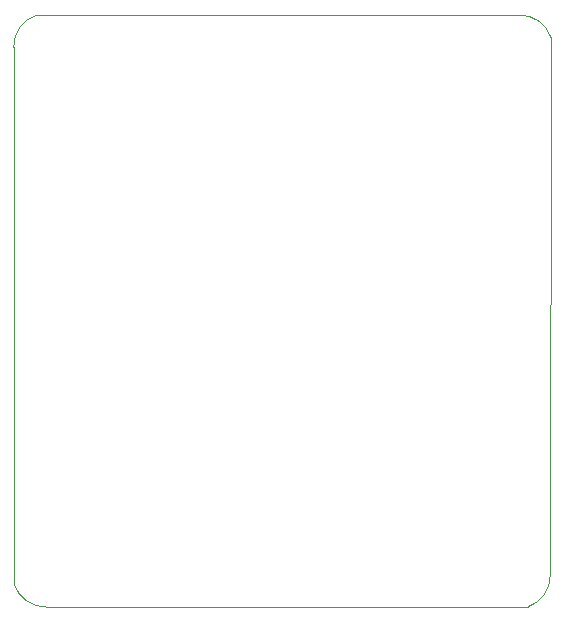
<source format=gm1>
G04 #@! TF.GenerationSoftware,KiCad,Pcbnew,5.1.5+dfsg1-2build2*
G04 #@! TF.CreationDate,2021-05-18T17:36:41-03:00*
G04 #@! TF.ProjectId,jbox_kicad,6a626f78-5f6b-4696-9361-642e6b696361,0*
G04 #@! TF.SameCoordinates,Original*
G04 #@! TF.FileFunction,Profile,NP*
%FSLAX46Y46*%
G04 Gerber Fmt 4.6, Leading zero omitted, Abs format (unit mm)*
G04 Created by KiCad (PCBNEW 5.1.5+dfsg1-2build2) date 2021-05-18 17:36:41*
%MOMM*%
%LPD*%
G04 APERTURE LIST*
%ADD10C,0.025400*%
G04 APERTURE END LIST*
D10*
X212633560Y-156844999D02*
G75*
G02X209905601Y-154932416I-60943J2814840D01*
G01*
X209850438Y-109456222D02*
G75*
G02X211825840Y-106730800I2811729J40644D01*
G01*
X255295637Y-154113217D02*
G75*
G02X253370080Y-156845000I-2813882J-61101D01*
G01*
X255358884Y-108636826D02*
X255295637Y-154113217D01*
X211825840Y-106730800D02*
X252628400Y-106719129D01*
X209905601Y-154932416D02*
X209849720Y-109453680D01*
X253370080Y-156845000D02*
X212633560Y-156845000D01*
X252628400Y-106719129D02*
G75*
G02X255358884Y-108636826I63484J-2812337D01*
G01*
M02*

</source>
